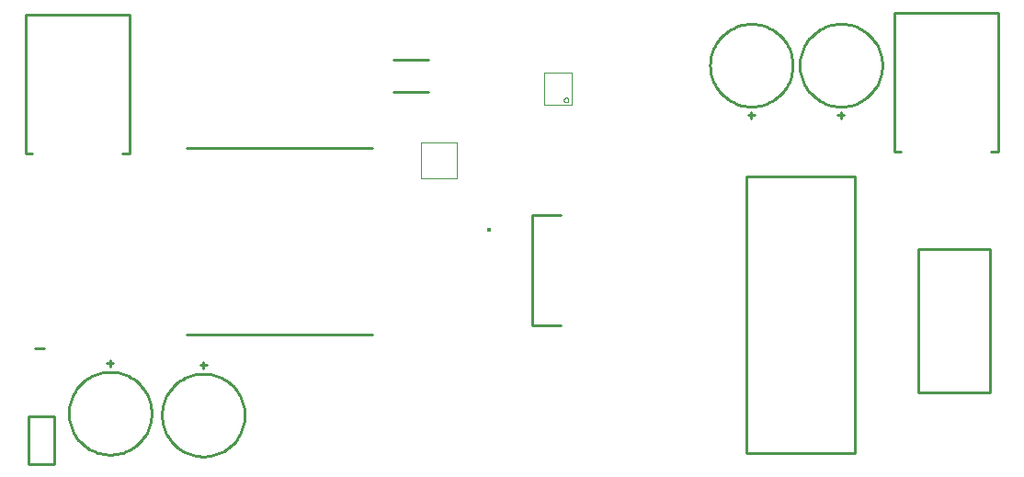
<source format=gto>
G04 DipTrace 2.4.0.2*
%INBoost_converter.GTO*%
%MOMM*%
%ADD10C,0.25*%
%ADD20O,0.39X0.391*%
%ADD29C,0.1*%
%FSLAX53Y53*%
G04*
G71*
G90*
G75*
G01*
%LNTopSilk*%
%LPD*%
X77716Y43100D2*
D10*
X77115D1*
X77415Y42801D2*
Y43401D1*
X73605Y47700D2*
X73615Y47966D1*
X73643Y48231D1*
X73689Y48493D1*
X73753Y48751D1*
X73835Y49004D1*
X73935Y49250D1*
X74051Y49489D1*
X74184Y49720D1*
X74333Y49940D1*
X74497Y50150D1*
X74675Y50347D1*
X74866Y50532D1*
X75070Y50703D1*
X75285Y50859D1*
X75510Y51000D1*
X75745Y51125D1*
X75988Y51233D1*
X76238Y51324D1*
X76494Y51397D1*
X76754Y51453D1*
X77017Y51490D1*
X77283Y51508D1*
X77548D1*
X77814Y51490D1*
X78077Y51453D1*
X78337Y51397D1*
X78593Y51324D1*
X78843Y51233D1*
X79086Y51125D1*
X79320Y51000D1*
X79546Y50859D1*
X79761Y50703D1*
X79965Y50532D1*
X80156Y50347D1*
X80334Y50150D1*
X80498Y49940D1*
X80647Y49720D1*
X80780Y49489D1*
X80896Y49250D1*
X80996Y49004D1*
X81078Y48751D1*
X81142Y48493D1*
X81188Y48231D1*
X81216Y47966D1*
X81225Y47700D1*
X81216Y47435D1*
X81188Y47170D1*
X81142Y46908D1*
X81078Y46650D1*
X80996Y46397D1*
X80896Y46151D1*
X80780Y45912D1*
X80647Y45681D1*
X80498Y45461D1*
X80334Y45251D1*
X80156Y45054D1*
X79965Y44869D1*
X79761Y44698D1*
X79546Y44542D1*
X79320Y44401D1*
X79086Y44276D1*
X78843Y44168D1*
X78593Y44077D1*
X78337Y44003D1*
X78077Y43948D1*
X77814Y43911D1*
X77548Y43893D1*
X77283D1*
X77017Y43911D1*
X76754Y43948D1*
X76494Y44003D1*
X76238Y44077D1*
X75988Y44168D1*
X75745Y44276D1*
X75510Y44401D1*
X75285Y44542D1*
X75070Y44698D1*
X74866Y44869D1*
X74675Y45054D1*
X74497Y45251D1*
X74333Y45461D1*
X74184Y45681D1*
X74051Y45912D1*
X73935Y46151D1*
X73835Y46397D1*
X73753Y46650D1*
X73689Y46908D1*
X73643Y47170D1*
X73615Y47435D1*
X73605Y47700D1*
X85971Y43100D2*
X85370D1*
X85671Y42801D2*
Y43401D1*
X81861Y47700D2*
X81870Y47966D1*
X81898Y48231D1*
X81944Y48493D1*
X82008Y48751D1*
X82090Y49004D1*
X82190Y49250D1*
X82306Y49489D1*
X82439Y49720D1*
X82588Y49940D1*
X82752Y50150D1*
X82930Y50347D1*
X83121Y50532D1*
X83325Y50703D1*
X83540Y50859D1*
X83766Y51000D1*
X84000Y51125D1*
X84243Y51233D1*
X84493Y51324D1*
X84749Y51397D1*
X85009Y51453D1*
X85272Y51490D1*
X85538Y51508D1*
X85803D1*
X86069Y51490D1*
X86332Y51453D1*
X86592Y51397D1*
X86848Y51324D1*
X87098Y51233D1*
X87341Y51125D1*
X87576Y51000D1*
X87801Y50859D1*
X88016Y50703D1*
X88220Y50532D1*
X88411Y50347D1*
X88589Y50150D1*
X88753Y49940D1*
X88902Y49720D1*
X89035Y49489D1*
X89151Y49250D1*
X89251Y49004D1*
X89333Y48751D1*
X89397Y48493D1*
X89443Y48231D1*
X89471Y47966D1*
X89481Y47700D1*
X89471Y47435D1*
X89443Y47170D1*
X89397Y46908D1*
X89333Y46650D1*
X89251Y46397D1*
X89151Y46151D1*
X89035Y45912D1*
X88902Y45681D1*
X88753Y45461D1*
X88589Y45251D1*
X88411Y45054D1*
X88220Y44869D1*
X88016Y44698D1*
X87801Y44542D1*
X87576Y44401D1*
X87341Y44276D1*
X87098Y44168D1*
X86848Y44077D1*
X86592Y44003D1*
X86332Y43948D1*
X86069Y43911D1*
X85803Y43893D1*
X85538D1*
X85272Y43911D1*
X85009Y43948D1*
X84749Y44003D1*
X84493Y44077D1*
X84243Y44168D1*
X84000Y44276D1*
X83766Y44401D1*
X83540Y44542D1*
X83325Y44698D1*
X83121Y44869D1*
X82930Y45054D1*
X82752Y45251D1*
X82588Y45461D1*
X82439Y45681D1*
X82306Y45912D1*
X82190Y46151D1*
X82090Y46397D1*
X82008Y46650D1*
X81944Y46908D1*
X81898Y47170D1*
X81870Y47435D1*
X81861Y47700D1*
X26633Y20074D2*
X27233D1*
X26933Y20374D2*
Y19774D1*
X23123Y15474D2*
X23132Y15740D1*
X23160Y16005D1*
X23206Y16266D1*
X23271Y16525D1*
X23353Y16777D1*
X23452Y17024D1*
X23569Y17263D1*
X23702Y17493D1*
X23851Y17714D1*
X24014Y17923D1*
X24192Y18121D1*
X24384Y18306D1*
X24587Y18477D1*
X24802Y18633D1*
X25028Y18774D1*
X25263Y18899D1*
X25506Y19007D1*
X25756Y19098D1*
X26011Y19171D1*
X26271Y19227D1*
X26535Y19264D1*
X26800Y19282D1*
X27066D1*
X27331Y19264D1*
X27595Y19227D1*
X27855Y19171D1*
X28110Y19098D1*
X28360Y19007D1*
X28603Y18899D1*
X28838Y18774D1*
X29064Y18633D1*
X29279Y18477D1*
X29482Y18306D1*
X29674Y18121D1*
X29852Y17923D1*
X30015Y17714D1*
X30164Y17493D1*
X30297Y17263D1*
X30414Y17024D1*
X30513Y16777D1*
X30595Y16525D1*
X30660Y16266D1*
X30706Y16005D1*
X30734Y15740D1*
X30743Y15474D1*
X30734Y15209D1*
X30706Y14944D1*
X30660Y14682D1*
X30595Y14424D1*
X30513Y14171D1*
X30414Y13925D1*
X30297Y13686D1*
X30164Y13455D1*
X30015Y13235D1*
X29852Y13025D1*
X29674Y12828D1*
X29482Y12643D1*
X29279Y12472D1*
X29064Y12315D1*
X28838Y12175D1*
X28603Y12050D1*
X28360Y11942D1*
X28110Y11851D1*
X27855Y11777D1*
X27595Y11722D1*
X27331Y11685D1*
X27066Y11666D1*
X26800D1*
X26535Y11685D1*
X26271Y11722D1*
X26011Y11777D1*
X25756Y11851D1*
X25506Y11942D1*
X25263Y12050D1*
X25028Y12175D1*
X24802Y12315D1*
X24587Y12472D1*
X24384Y12643D1*
X24192Y12828D1*
X24014Y13025D1*
X23851Y13235D1*
X23702Y13455D1*
X23569Y13686D1*
X23452Y13925D1*
X23353Y14171D1*
X23271Y14424D1*
X23206Y14682D1*
X23160Y14944D1*
X23132Y15209D1*
X23123Y15474D1*
X18060Y20233D2*
X18661D1*
X18361Y20533D2*
Y19933D1*
X14550Y15633D2*
X14560Y15899D1*
X14588Y16163D1*
X14634Y16425D1*
X14698Y16683D1*
X14780Y16936D1*
X14880Y17183D1*
X14996Y17422D1*
X15129Y17652D1*
X15278Y17873D1*
X15442Y18082D1*
X15620Y18280D1*
X15811Y18465D1*
X16015Y18635D1*
X16230Y18792D1*
X16456Y18933D1*
X16690Y19058D1*
X16933Y19166D1*
X17183Y19257D1*
X17439Y19330D1*
X17699Y19385D1*
X17962Y19422D1*
X18228Y19441D1*
X18493D1*
X18759Y19422D1*
X19022Y19385D1*
X19282Y19330D1*
X19538Y19257D1*
X19788Y19166D1*
X20031Y19058D1*
X20266Y18933D1*
X20491Y18792D1*
X20706Y18635D1*
X20910Y18465D1*
X21101Y18280D1*
X21279Y18082D1*
X21443Y17873D1*
X21592Y17652D1*
X21725Y17422D1*
X21841Y17183D1*
X21941Y16936D1*
X22023Y16683D1*
X22087Y16425D1*
X22133Y16163D1*
X22161Y15899D1*
X22171Y15633D1*
X22161Y15367D1*
X22133Y15103D1*
X22087Y14841D1*
X22023Y14583D1*
X21941Y14330D1*
X21841Y14083D1*
X21725Y13844D1*
X21592Y13614D1*
X21443Y13393D1*
X21279Y13184D1*
X21101Y12986D1*
X20910Y12802D1*
X20706Y12631D1*
X20491Y12474D1*
X20266Y12333D1*
X20031Y12208D1*
X19788Y12100D1*
X19538Y12009D1*
X19282Y11936D1*
X19022Y11881D1*
X18759Y11844D1*
X18493Y11825D1*
X18228D1*
X17962Y11844D1*
X17699Y11881D1*
X17439Y11936D1*
X17183Y12009D1*
X16933Y12100D1*
X16690Y12208D1*
X16456Y12333D1*
X16230Y12474D1*
X16015Y12631D1*
X15811Y12802D1*
X15620Y12986D1*
X15442Y13184D1*
X15278Y13393D1*
X15129Y13614D1*
X14996Y13844D1*
X14880Y14083D1*
X14780Y14330D1*
X14698Y14583D1*
X14634Y14841D1*
X14588Y15103D1*
X14560Y15367D1*
X14550Y15633D1*
X57273Y33909D2*
Y23709D1*
Y33909D2*
X59873D1*
X57273Y23709D2*
X59873D1*
D20*
X53254Y32585D3*
X12252Y21609D2*
D10*
X11452D1*
X10581Y39594D2*
X11181D1*
X20181D2*
X19481D1*
X10581D2*
Y52393D1*
X20181Y39594D2*
Y52393D1*
X10581D2*
X20181D1*
X90591Y39753D2*
X91191D1*
X100191D2*
X99491D1*
X90591D2*
Y52552D1*
X100191Y39753D2*
Y52552D1*
X90591D2*
X100191D1*
X13210Y10941D2*
X10810D1*
Y15341D1*
X13210D1*
Y10941D1*
X25368Y40083D2*
X42520D1*
X25368Y22933D2*
X42520D1*
X86925Y11931D2*
X76925D1*
Y37431D1*
X86925D1*
Y11931D1*
X47012Y37294D2*
D29*
X50312D1*
Y40594D1*
X47012D1*
Y37294D1*
X47639Y45247D2*
D10*
X44442D1*
X47639Y48249D2*
X44442D1*
X58308Y44048D2*
D29*
X60839D1*
Y46998D1*
X58308D1*
Y44048D1*
X60137Y44501D2*
Y44516D1*
X60139Y44531D1*
X60141Y44546D1*
X60145Y44560D1*
X60150Y44574D1*
X60155Y44588D1*
X60162Y44602D1*
X60169Y44615D1*
X60178Y44628D1*
X60187Y44639D1*
X60197Y44651D1*
X60208Y44661D1*
X60220Y44671D1*
X60232Y44680D1*
X60245Y44688D1*
X60258Y44695D1*
X60272Y44701D1*
X60286Y44706D1*
X60300Y44710D1*
X60315Y44713D1*
X60330Y44715D1*
X60345Y44716D1*
X60360D1*
X60375Y44715D1*
X60390Y44713D1*
X60405Y44710D1*
X60419Y44706D1*
X60433Y44701D1*
X60447Y44695D1*
X60461Y44688D1*
X60473Y44680D1*
X60486Y44671D1*
X60497Y44661D1*
X60508Y44651D1*
X60518Y44639D1*
X60527Y44628D1*
X60536Y44615D1*
X60543Y44602D1*
X60550Y44588D1*
X60556Y44574D1*
X60560Y44560D1*
X60564Y44546D1*
X60566Y44531D1*
X60568Y44516D1*
X60569Y44501D1*
X60568Y44486D1*
X60566Y44471D1*
X60564Y44456D1*
X60560Y44441D1*
X60556Y44427D1*
X60550Y44413D1*
X60543Y44399D1*
X60536Y44386D1*
X60527Y44374D1*
X60518Y44362D1*
X60508Y44351D1*
X60497Y44340D1*
X60486Y44331D1*
X60473Y44322D1*
X60461Y44314D1*
X60447Y44307D1*
X60433Y44301D1*
X60419Y44295D1*
X60405Y44291D1*
X60390Y44288D1*
X60375Y44286D1*
X60360Y44285D1*
X60345D1*
X60330Y44286D1*
X60315Y44288D1*
X60300Y44291D1*
X60286Y44295D1*
X60272Y44301D1*
X60258Y44307D1*
X60245Y44314D1*
X60232Y44322D1*
X60220Y44331D1*
X60208Y44340D1*
X60197Y44351D1*
X60187Y44362D1*
X60178Y44374D1*
X60169Y44386D1*
X60162Y44399D1*
X60155Y44413D1*
X60150Y44427D1*
X60145Y44441D1*
X60141Y44456D1*
X60139Y44471D1*
X60137Y44486D1*
Y44501D1*
X99386Y17544D2*
D10*
X92786D1*
Y30744D1*
X99386D1*
Y17544D1*
M02*

</source>
